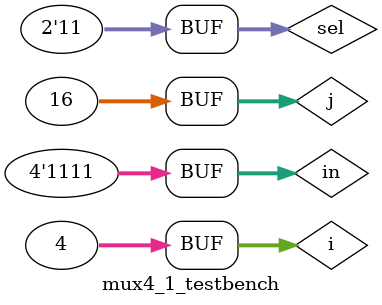
<source format=sv>

module mux4_1(out, in, sel);
	output out;    
	input [1:0] sel;
	input [3:0] in;
	
	wire [1:0] tempIn;
	
	mux2_1 mux0 (.out(tempIn[0]), .in(in[1:0]), .sel(sel[0]));
	mux2_1 mux1 (.out(tempIn[1]), .in(in[3:2]), .sel(sel[0]));
	mux2_1 master (.out, .in(tempIn), .sel(sel[1]));

endmodule 

module mux4_1_testbench();

	wire out;    
	reg [1:0] sel;
	reg [3:0] in;
	
	mux4_1 dut (.out, .in, .sel); 

	integer i, j;
	initial begin // Stimulus
		for(i=0; i<4; i++) begin
			sel = i; 
			for(j=0; j<16; j++) begin
				in = j; #10;
			end
		end		
	end 
 
endmodule 
</source>
